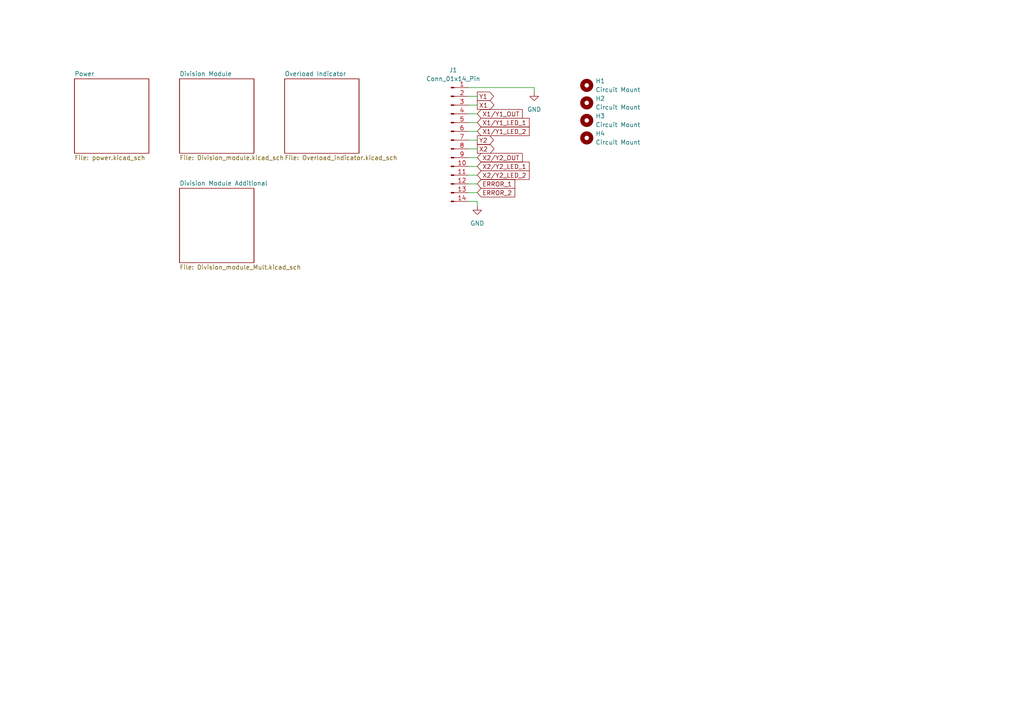
<source format=kicad_sch>
(kicad_sch (version 20231120) (generator "eeschema") (generator_version "8.0")
  (paper "A4")
  (title_block (title "Analog Computer Division Module") (date "2025-01-09") (rev "1"))
  (lib_symbols
    (symbol "Connector:Conn_01x14_Pin" (pin_names (offset 1.016) hide)
      (property "Reference" "J" (at 0 17.78 0))
      (property "Value" "Conn_01x14_Pin" (at 0 -20.32 0))
      (symbol "Conn_01x14_Pin_1_1"
        (polyline (pts (xy 1.27 -17.78) (xy 0.8636 -17.78)) (stroke (width 0.1524)))
        (polyline (pts (xy 1.27 -15.24) (xy 0.8636 -15.24)) (stroke (width 0.1524)))
        (polyline (pts (xy 1.27 -12.7) (xy 0.8636 -12.7)) (stroke (width 0.1524)))
        (polyline (pts (xy 1.27 -10.16) (xy 0.8636 -10.16)) (stroke (width 0.1524)))
        (polyline (pts (xy 1.27 -7.62) (xy 0.8636 -7.62)) (stroke (width 0.1524)))
        (polyline (pts (xy 1.27 -5.08) (xy 0.8636 -5.08)) (stroke (width 0.1524)))
        (polyline (pts (xy 1.27 -2.54) (xy 0.8636 -2.54)) (stroke (width 0.1524)))
        (polyline (pts (xy 1.27 0) (xy 0.8636 0)) (stroke (width 0.1524)))
        (polyline (pts (xy 1.27 2.54) (xy 0.8636 2.54)) (stroke (width 0.1524)))
        (polyline (pts (xy 1.27 5.08) (xy 0.8636 5.08)) (stroke (width 0.1524)))
        (polyline (pts (xy 1.27 7.62) (xy 0.8636 7.62)) (stroke (width 0.1524)))
        (polyline (pts (xy 1.27 10.16) (xy 0.8636 10.16)) (stroke (width 0.1524)))
        (polyline (pts (xy 1.27 12.7) (xy 0.8636 12.7)) (stroke (width 0.1524)))
        (polyline (pts (xy 1.27 15.24) (xy 0.8636 15.24)) (stroke (width 0.1524)))
        (rectangle (start 0.8636 -17.653) (end 0 -17.907) (stroke (width 0.1524)) (fill (type outline)))
        (rectangle (start 0.8636 -15.113) (end 0 -15.367) (stroke (width 0.1524)) (fill (type outline)))
        (rectangle (start 0.8636 -12.573) (end 0 -12.827) (stroke (width 0.1524)) (fill (type outline)))
        (rectangle (start 0.8636 -10.033) (end 0 -10.287) (stroke (width 0.1524)) (fill (type outline)))
        (rectangle (start 0.8636 -7.493) (end 0 -7.747) (stroke (width 0.1524)) (fill (type outline)))
        (rectangle (start 0.8636 -4.953) (end 0 -5.207) (stroke (width 0.1524)) (fill (type outline)))
        (rectangle (start 0.8636 -2.413) (end 0 -2.667) (stroke (width 0.1524)) (fill (type outline)))
        (rectangle (start 0.8636 0.127) (end 0 -0.127) (stroke (width 0.1524)) (fill (type outline)))
        (rectangle (start 0.8636 2.667) (end 0 2.413) (stroke (width 0.1524)) (fill (type outline)))
        (rectangle (start 0.8636 5.207) (end 0 4.953) (stroke (width 0.1524)) (fill (type outline)))
        (rectangle (start 0.8636 7.747) (end 0 7.493) (stroke (width 0.1524)) (fill (type outline)))
        (rectangle (start 0.8636 10.287) (end 0 10.033) (stroke (width 0.1524)) (fill (type outline)))
        (rectangle (start 0.8636 12.827) (end 0 12.573) (stroke (width 0.1524)) (fill (type outline)))
        (rectangle (start 0.8636 15.367) (end 0 15.113) (stroke (width 0.1524)) (fill (type outline)))
        (pin passive line (at 5.08 15.24 180) (length 3.81) (name "Pin_1") (number "1"))
        (pin passive line (at 5.08 -7.62 180) (length 3.81) (name "Pin_10") (number "10"))
        (pin passive line (at 5.08 -10.16 180) (length 3.81) (name "Pin_11") (number "11"))
        (pin passive line (at 5.08 -12.7 180) (length 3.81) (name "Pin_12") (number "12"))
        (pin passive line (at 5.08 -15.24 180) (length 3.81) (name "Pin_13") (number "13"))
        (pin passive line (at 5.08 -17.78 180) (length 3.81) (name "Pin_14") (number "14"))
        (pin passive line (at 5.08 12.7 180) (length 3.81) (name "Pin_2") (number "2"))
        (pin passive line (at 5.08 10.16 180) (length 3.81) (name "Pin_3") (number "3"))
        (pin passive line (at 5.08 7.62 180) (length 3.81) (name "Pin_4") (number "4"))
        (pin passive line (at 5.08 5.08 180) (length 3.81) (name "Pin_5") (number "5"))
        (pin passive line (at 5.08 2.54 180) (length 3.81) (name "Pin_6") (number "6"))
        (pin passive line (at 5.08 0 180) (length 3.81) (name "Pin_7") (number "7"))
        (pin passive line (at 5.08 -2.54 180) (length 3.81) (name "Pin_8") (number "8"))
        (pin passive line (at 5.08 -5.08 180) (length 3.81) (name "Pin_9") (number "9"))
      )
    )
    (symbol "Mechanical:MountingHole" (pin_names (offset 1.016)) (exclude_from_sim yes) (in_bom no)
      (property "Reference" "H" (at 0 5.08 0))
      (property "Value" "MountingHole" (at 0 3.175 0))
      (symbol "MountingHole_0_1"
        (circle (center 0 0) (radius 1.27) (stroke (width 1.27)))
      )
    )
    (symbol "power:GND" (power) (pin_numbers hide) (pin_names (offset 0) hide)
      (property "Value" "GND" (at 0 -3.81 0))
      (symbol "GND_0_1"
        (polyline (pts (xy 0 0) (xy 0 -1.27) (xy 1.27 -1.27) (xy 0 -2.54) (xy -1.27 -1.27) (xy 0 -1.27)))
      )
      (symbol "GND_1_1"
        (pin power_in line (at 0 0 270) (length 0) (name "~") (number "1"))
      )
    )
  )
  (wire (pts (xy 135.89 53.34) (xy 138.43 53.34)))
  (wire (pts (xy 135.89 55.88) (xy 138.43 55.88)))
  (wire (pts (xy 154.94 25.4) (xy 154.94 26.67)))
  (wire (pts (xy 135.89 38.1) (xy 138.43 38.1)))
  (wire (pts (xy 135.89 33.02) (xy 138.43 33.02)))
  (wire (pts (xy 135.89 48.26) (xy 138.43 48.26)))
  (wire (pts (xy 135.89 58.42) (xy 138.43 58.42)))
  (wire (pts (xy 135.89 35.56) (xy 138.43 35.56)))
  (wire (pts (xy 135.89 27.94) (xy 138.43 27.94)))
  (wire (pts (xy 135.89 43.18) (xy 138.43 43.18)))
  (wire (pts (xy 135.89 25.4) (xy 154.94 25.4)))
  (wire (pts (xy 135.89 50.8) (xy 138.43 50.8)))
  (wire (pts (xy 135.89 45.72) (xy 138.43 45.72)))
  (wire (pts (xy 138.43 58.42) (xy 138.43 59.69)))
  (wire (pts (xy 135.89 30.48) (xy 138.43 30.48)))
  (wire (pts (xy 135.89 40.64) (xy 138.43 40.64)))
  (global_label "ERROR_2" (shape input) (at 138.43 55.88 0) (property "Intersheetrefs" "${INTERSHEET_REFS}" (effects (hide yes))))
  (global_label "X1{slash}Y1_OUT" (shape input) (at 138.43 33.02 0) (property "Intersheetrefs" "${INTERSHEET_REFS}" (effects (hide yes))))
  (global_label "Y1" (shape output) (at 138.43 27.94 0) (property "Intersheetrefs" "${INTERSHEET_REFS}" (effects (hide yes))))
  (global_label "X2" (shape output) (at 138.43 43.18 0) (property "Intersheetrefs" "${INTERSHEET_REFS}" (effects (hide yes))))
  (global_label "X1" (shape output) (at 138.43 30.48 0) (property "Intersheetrefs" "${INTERSHEET_REFS}" (effects (hide yes))))
  (global_label "X2{slash}Y2_LED_1" (shape input) (at 138.43 48.26 0) (property "Intersheetrefs" "${INTERSHEET_REFS}" (effects (hide yes))))
  (global_label "Y2" (shape output) (at 138.43 40.64 0) (property "Intersheetrefs" "${INTERSHEET_REFS}" (effects (hide yes))))
  (global_label "X2{slash}Y2_OUT" (shape input) (at 138.43 45.72 0) (property "Intersheetrefs" "${INTERSHEET_REFS}" (effects (hide yes))))
  (global_label "X2{slash}Y2_LED_2" (shape input) (at 138.43 50.8 0) (property "Intersheetrefs" "${INTERSHEET_REFS}" (effects (hide yes))))
  (global_label "ERROR_1" (shape input) (at 138.43 53.34 0) (property "Intersheetrefs" "${INTERSHEET_REFS}" (effects (hide yes))))
  (global_label "X1{slash}Y1_LED_1" (shape input) (at 138.43 35.56 0) (property "Intersheetrefs" "${INTERSHEET_REFS}" (effects (hide yes))))
  (global_label "X1{slash}Y1_LED_2" (shape input) (at 138.43 38.1 0) (property "Intersheetrefs" "${INTERSHEET_REFS}" (effects (hide yes))))
  (symbol (lib_id "Mechanical:MountingHole") (at 170.18 40.005 0) (unit 1) (exclude_from_sim yes) (in_bom no)
    (property "Reference" "H4" (at 172.72 38.7349 0) (effects (justify left)))
    (property "Value" "Circuit Mount" (at 172.72 41.2749 0) (effects (justify left)))
    (property "Footprint" "MountingHole:MountingHole_3.2mm_M3_DIN965" (effects (hide yes)))
    (property "Description" "Mounting Hole without connection" (effects (hide yes)))
  )
  (symbol (lib_id "Mechanical:MountingHole") (at 170.18 29.845 0) (unit 1) (exclude_from_sim yes) (in_bom no)
    (property "Reference" "H2" (at 172.72 28.5749 0) (effects (justify left)))
    (property "Value" "Circuit Mount" (at 172.72 31.1149 0) (effects (justify left)))
    (property "Footprint" "MountingHole:MountingHole_3.2mm_M3_DIN965" (effects (hide yes)))
    (property "Description" "Mounting Hole without connection" (effects (hide yes)))
  )
  (symbol (lib_id "power:GND") (at 138.43 59.69 0) (unit 1)
    (property "Reference" "#PWR02" (effects (hide yes)))
    (property "Value" "GND" (at 138.43 64.77 0))
    (property "Description" "Power symbol creates a global label with name \"GND\" , ground" (effects (hide yes)))
  )
  (symbol (lib_id "Mechanical:MountingHole") (at 170.18 24.765 0) (unit 1) (exclude_from_sim yes) (in_bom no)
    (property "Reference" "H1" (at 172.72 23.4949 0) (effects (justify left)))
    (property "Value" "Circuit Mount" (at 172.72 26.0349 0) (effects (justify left)))
    (property "Footprint" "MountingHole:MountingHole_3.2mm_M3_DIN965" (effects (hide yes)))
    (property "Description" "Mounting Hole without connection" (effects (hide yes)))
  )
  (symbol (lib_id "Connector:Conn_01x14_Pin") (at 130.81 40.64 0) (unit 1)
    (property "Reference" "J1" (at 131.445 20.32 0))
    (property "Value" "Conn_01x14_Pin" (at 131.445 22.86 0))
    (property "Footprint" "Connector_PinHeader_2.54mm:PinHeader_1x14_P2.54mm_Vertical" (effects (hide yes)))
    (property "Description" "Generic connector, single row, 01x14, script generated" (effects (hide yes)))
  )
  (symbol (lib_id "power:GND") (at 154.94 26.67 0) (unit 1)
    (property "Reference" "#PWR01" (effects (hide yes)))
    (property "Value" "GND" (at 154.94 31.75 0))
    (property "Description" "Power symbol creates a global label with name \"GND\" , ground" (effects (hide yes)))
  )
  (symbol (lib_id "Mechanical:MountingHole") (at 170.18 34.925 0) (unit 1) (exclude_from_sim yes) (in_bom no)
    (property "Reference" "H3" (at 172.72 33.6549 0) (effects (justify left)))
    (property "Value" "Circuit Mount" (at 172.72 36.1949 0) (effects (justify left)))
    (property "Footprint" "MountingHole:MountingHole_3.2mm_M3_DIN965" (effects (hide yes)))
    (property "Description" "Mounting Hole without connection" (effects (hide yes)))
  )
  (sheet (at 21.59 22.86) (size 21.59 21.59) (stroke (width 0.1524))
    (property "Sheetname" "Power" (at 21.59 22.1484 0) (effects (justify left bottom)))
    (property "Sheetfile" "power.kicad_sch" (at 21.59 45.0346 0) (effects (justify left top)))
  )
  (sheet (at 82.55 22.86) (size 21.59 21.59) (stroke (width 0.1524))
    (property "Sheetname" "Overload Indicator" (at 82.55 22.1484 0) (effects (justify left bottom)))
    (property "Sheetfile" "Overload_indicator.kicad_sch" (at 82.55 45.0346 0) (effects (justify left top)))
  )
  (sheet (at 52.07 54.61) (size 21.59 21.59) (stroke (width 0.1524))
    (property "Sheetname" "Division Module Additional" (at 52.07 53.8984 0) (effects (justify left bottom)))
    (property "Sheetfile" "Division_module_Mult.kicad_sch" (at 52.07 76.7846 0) (effects (justify left top)))
  )
  (sheet (at 52.07 22.86) (size 21.59 21.59) (stroke (width 0.1524))
    (property "Sheetname" "Division Module" (at 52.07 22.1484 0) (effects (justify left bottom)))
    (property "Sheetfile" "Division_module.kicad_sch" (at 52.07 45.0346 0) (effects (justify left top)))
  )
)
</source>
